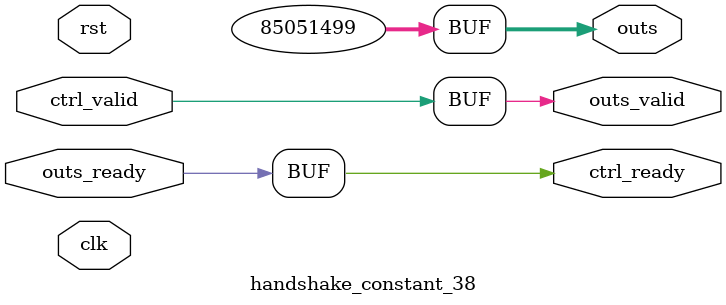
<source format=v>
`timescale 1ns / 1ps
module handshake_constant_38 #(
  parameter DATA_WIDTH = 32  // Default set to 32 bits
) (
  input                       clk,
  input                       rst,
  // Input Channel
  input                       ctrl_valid,
  output                      ctrl_ready,
  // Output Channel
  output [DATA_WIDTH - 1 : 0] outs,
  output                      outs_valid,
  input                       outs_ready
);
  assign outs       = 27'b101000100011100100001101011;
  assign outs_valid = ctrl_valid;
  assign ctrl_ready = outs_ready;

endmodule

</source>
